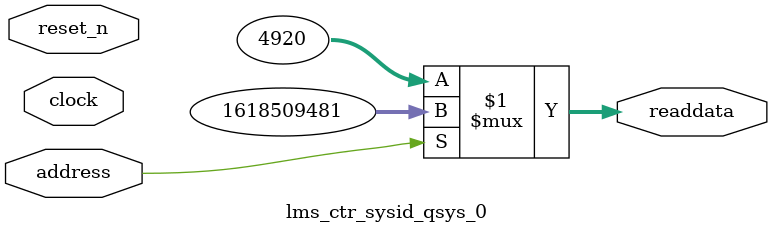
<source format=v>



// synthesis translate_off
`timescale 1ns / 1ps
// synthesis translate_on

// turn off superfluous verilog processor warnings 
// altera message_level Level1 
// altera message_off 10034 10035 10036 10037 10230 10240 10030 

module lms_ctr_sysid_qsys_0 (
               // inputs:
                address,
                clock,
                reset_n,

               // outputs:
                readdata
             )
;

  output  [ 31: 0] readdata;
  input            address;
  input            clock;
  input            reset_n;

  wire    [ 31: 0] readdata;
  //control_slave, which is an e_avalon_slave
  assign readdata = address ? 1618509481 : 4920;

endmodule



</source>
